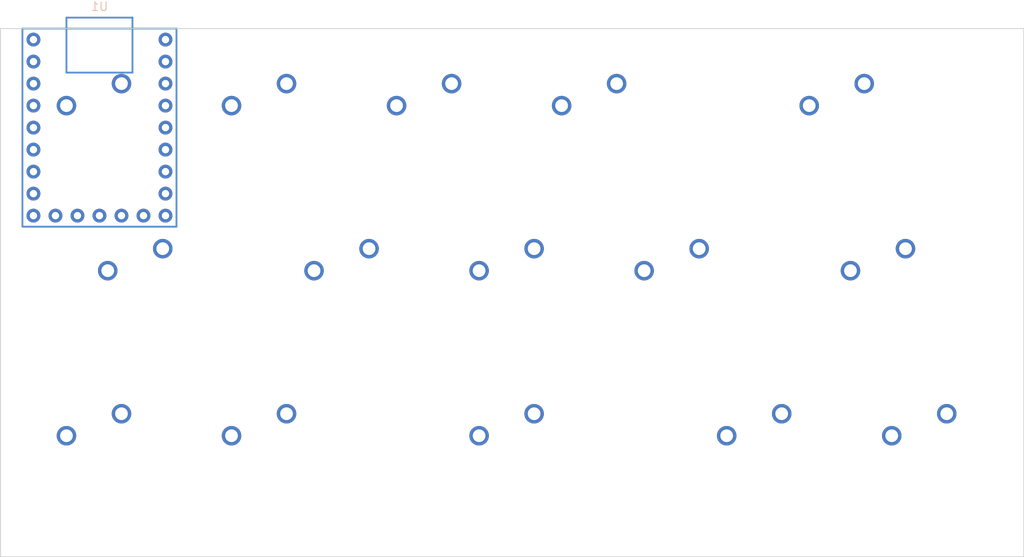
<source format=kicad_pcb>
(kicad_pcb (version 20221018) (generator pcbnew)
  (layers (0 "F.Cu" signal) (31 "B.Cu" signal) (34 "B.Paste" user) (35 "F.Paste" user) (36 "B.SilkS" user "B.Silkscreen") (37 "F.SilkS" user "F.Silkscreen") (38 "B.Mask" user) (39 "F.Mask" user) (44 "Edge.Cuts" user))
  (net 0 "")
  (net 1 "GND")
  (net 2 "SW1")
  (net 3 "SW2")
  (net 4 "SW3")
  (net 5 "SW4")
  (net 6 "SW5")
  (net 7 "SW6")
  (net 8 "SW7")
  (net 9 "SW8")
  (net 10 "SW9")
  (net 11 "SW10")
  (net 12 "SW13")
  (net 13 "SW14")
  (net 14 "SW15")
  (net 15 "SW11")
  (net 16 "SW12")
  (footprint "MX_Only:MXOnly-1.5U-NoLED" (layer "F.Cu") (at 176.8475 95.25)
    (fp_text reference "MX10")
    (fp_text value "MX-NoLED")
    (pad "" np_thru_hole circle (at -5.08 0 48.0996) (size 1.75 1.75) (drill 1.75) (layers "*.Cu" "*.Mask"))
    (pad "" np_thru_hole circle (at 0 0) (size 3.9878 3.9878) (drill 3.9878) (layers "*.Cu" "*.Mask"))
    (pad "" np_thru_hole circle (at 5.08 0 48.0996) (size 1.75 1.75) (drill 1.75) (layers "*.Cu" "*.Mask"))
    (pad "1" thru_hole circle (at -3.81 -2.54) (size 2.25 2.25) (drill 1.47) (layers "*.Cu" "B.Mask") (net 1 "GND"))
    (pad "2" thru_hole circle (at 2.54 -5.08) (size 2.25 2.25) (drill 1.47) (layers "*.Cu" "B.Mask") (net 11 "SW10"))
  )
  (footprint "MX_Only:MXOnly-1U-NoLED" (layer "F.Cu") (at 114.935 95.25)
    (fp_text reference "MX7")
    (fp_text value "MX-NoLED")
    (pad "" np_thru_hole circle (at -5.08 0 48.0996) (size 1.75 1.75) (drill 1.75) (layers "*.Cu" "*.Mask"))
    (pad "" np_thru_hole circle (at 0 0) (size 3.9878 3.9878) (drill 3.9878) (layers "*.Cu" "*.Mask"))
    (pad "" np_thru_hole circle (at 5.08 0 48.0996) (size 1.75 1.75) (drill 1.75) (layers "*.Cu" "*.Mask"))
    (pad "1" thru_hole circle (at -3.81 -2.54) (size 2.25 2.25) (drill 1.47) (layers "*.Cu" "B.Mask") (net 1 "GND"))
    (pad "2" thru_hole circle (at 2.54 -5.08) (size 2.25 2.25) (drill 1.47) (layers "*.Cu" "B.Mask") (net 8 "SW7"))
  )
  (footprint "MX_Only:MXOnly-1U-NoLED" (layer "F.Cu") (at 143.51 76.2)
    (fp_text reference "MX4")
    (fp_text value "MX-NoLED")
    (pad "" np_thru_hole circle (at -5.08 0 48.0996) (size 1.75 1.75) (drill 1.75) (layers "*.Cu" "*.Mask"))
    (pad "" np_thru_hole circle (at 0 0) (size 3.9878 3.9878) (drill 3.9878) (layers "*.Cu" "*.Mask"))
    (pad "" np_thru_hole circle (at 5.08 0 48.0996) (size 1.75 1.75) (drill 1.75) (layers "*.Cu" "*.Mask"))
    (pad "1" thru_hole circle (at -3.81 -2.54) (size 2.25 2.25) (drill 1.47) (layers "*.Cu" "B.Mask") (net 1 "GND"))
    (pad "2" thru_hole circle (at 2.54 -5.08) (size 2.25 2.25) (drill 1.47) (layers "*.Cu" "B.Mask") (net 5 "SW4"))
  )
  (footprint "MX_Only:MXOnly-1U-NoLED" (layer "F.Cu") (at 86.36 114.3)
    (fp_text reference "MX14")
    (fp_text value "MX-NoLED")
    (pad "" np_thru_hole circle (at -5.08 0 48.0996) (size 1.75 1.75) (drill 1.75) (layers "*.Cu" "*.Mask"))
    (pad "" np_thru_hole circle (at 0 0) (size 3.9878 3.9878) (drill 3.9878) (layers "*.Cu" "*.Mask"))
    (pad "" np_thru_hole circle (at 5.08 0 48.0996) (size 1.75 1.75) (drill 1.75) (layers "*.Cu" "*.Mask"))
    (pad "1" thru_hole circle (at -3.81 -2.54) (size 2.25 2.25) (drill 1.47) (layers "*.Cu" "B.Mask") (net 1 "GND"))
    (pad "2" thru_hole circle (at 2.54 -5.08) (size 2.25 2.25) (drill 1.47) (layers "*.Cu" "B.Mask") (net 15 "SW11"))
  )
  (footprint "MX_Only:MXOnly-2U-NoLED" (layer "F.Cu") (at 172.085 76.2)
    (fp_text reference "MX5")
    (fp_text value "MX-NoLED")
    (pad "" np_thru_hole circle (at -11.90625 -6.985) (size 3.048 3.048) (drill 3.048) (layers "*.Cu" "*.Mask"))
    (pad "" np_thru_hole circle (at -11.90625 8.255) (size 3.9878 3.9878) (drill 3.9878) (layers "*.Cu" "*.Mask"))
    (pad "" np_thru_hole circle (at -5.08 0 48.0996) (size 1.75 1.75) (drill 1.75) (layers "*.Cu" "*.Mask"))
    (pad "" np_thru_hole circle (at 0 0) (size 3.9878 3.9878) (drill 3.9878) (layers "*.Cu" "*.Mask"))
    (pad "" np_thru_hole circle (at 5.08 0 48.0996) (size 1.75 1.75) (drill 1.75) (layers "*.Cu" "*.Mask"))
    (pad "" np_thru_hole circle (at 11.90625 -6.985) (size 3.048 3.048) (drill 3.048) (layers "*.Cu" "*.Mask"))
    (pad "" np_thru_hole circle (at 11.90625 8.255) (size 3.9878 3.9878) (drill 3.9878) (layers "*.Cu" "*.Mask"))
    (pad "1" thru_hole circle (at -3.81 -2.54) (size 2.25 2.25) (drill 1.47) (layers "*.Cu" "B.Mask") (net 1 "GND"))
    (pad "2" thru_hole circle (at 2.54 -5.08) (size 2.25 2.25) (drill 1.47) (layers "*.Cu" "B.Mask") (net 6 "SW5"))
  )
  (footprint "MX_Only:MXOnly-1U-NoLED" (layer "F.Cu") (at 105.41 76.2)
    (fp_text reference "MX2")
    (fp_text value "MX-NoLED")
    (pad "" np_thru_hole circle (at -5.08 0 48.0996) (size 1.75 1.75) (drill 1.75) (layers "*.Cu" "*.Mask"))
    (pad "" np_thru_hole circle (at 0 0) (size 3.9878 3.9878) (drill 3.9878) (layers "*.Cu" "*.Mask"))
    (pad "" np_thru_hole circle (at 5.08 0 48.0996) (size 1.75 1.75) (drill 1.75) (layers "*.Cu" "*.Mask"))
    (pad "1" thru_hole circle (at -3.81 -2.54) (size 2.25 2.25) (drill 1.47) (layers "*.Cu" "B.Mask") (net 1 "GND"))
    (pad "2" thru_hole circle (at 2.54 -5.08) (size 2.25 2.25) (drill 1.47) (layers "*.Cu" "B.Mask") (net 3 "SW2"))
  )
  (footprint "MX_Only:MXOnly-1U-NoLED" (layer "F.Cu") (at 162.56 114.3)
    (fp_text reference "MX12")
    (fp_text value "MX-NoLED")
    (pad "" np_thru_hole circle (at -5.08 0 48.0996) (size 1.75 1.75) (drill 1.75) (layers "*.Cu" "*.Mask"))
    (pad "" np_thru_hole circle (at 0 0) (size 3.9878 3.9878) (drill 3.9878) (layers "*.Cu" "*.Mask"))
    (pad "" np_thru_hole circle (at 5.08 0 48.0996) (size 1.75 1.75) (drill 1.75) (layers "*.Cu" "*.Mask"))
    (pad "1" thru_hole circle (at -3.81 -2.54) (size 2.25 2.25) (drill 1.47) (layers "*.Cu" "B.Mask") (net 1 "GND"))
    (pad "2" thru_hole circle (at 2.54 -5.08) (size 2.25 2.25) (drill 1.47) (layers "*.Cu" "B.Mask") (net 13 "SW14"))
  )
  (footprint "MX_Only:MXOnly-1U-NoLED" (layer "F.Cu") (at 133.985 95.25)
    (fp_text reference "MX8")
    (fp_text value "MX-NoLED")
    (pad "" np_thru_hole circle (at -5.08 0 48.0996) (size 1.75 1.75) (drill 1.75) (layers "*.Cu" "*.Mask"))
    (pad "" np_thru_hole circle (at 0 0) (size 3.9878 3.9878) (drill 3.9878) (layers "*.Cu" "*.Mask"))
    (pad "" np_thru_hole circle (at 5.08 0 48.0996) (size 1.75 1.75) (drill 1.75) (layers "*.Cu" "*.Mask"))
    (pad "1" thru_hole circle (at -3.81 -2.54) (size 2.25 2.25) (drill 1.47) (layers "*.Cu" "B.Mask") (net 1 "GND"))
    (pad "2" thru_hole circle (at 2.54 -5.08) (size 2.25 2.25) (drill 1.47) (layers "*.Cu" "B.Mask") (net 9 "SW8"))
  )
  (footprint "MX_Only:MXOnly-1U-NoLED" (layer "F.Cu") (at 124.46 76.2)
    (fp_text reference "MX3")
    (fp_text value "MX-NoLED")
    (pad "" np_thru_hole circle (at -5.08 0 48.0996) (size 1.75 1.75) (drill 1.75) (layers "*.Cu" "*.Mask"))
    (pad "" np_thru_hole circle (at 0 0) (size 3.9878 3.9878) (drill 3.9878) (layers "*.Cu" "*.Mask"))
    (pad "" np_thru_hole circle (at 5.08 0 48.0996) (size 1.75 1.75) (drill 1.75) (layers "*.Cu" "*.Mask"))
    (pad "1" thru_hole circle (at -3.81 -2.54) (size 2.25 2.25) (drill 1.47) (layers "*.Cu" "B.Mask") (net 1 "GND"))
    (pad "2" thru_hole circle (at 2.54 -5.08) (size 2.25 2.25) (drill 1.47) (layers "*.Cu" "B.Mask") (net 4 "SW3"))
  )
  (footprint "MX_Only:MXOnly-1U-NoLED" (layer "F.Cu") (at 86.36 76.2)
    (fp_text reference "MX1")
    (fp_text value "MX-NoLED")
    (pad "" np_thru_hole circle (at -5.08 0 48.0996) (size 1.75 1.75) (drill 1.75) (layers "*.Cu" "*.Mask"))
    (pad "" np_thru_hole circle (at 0 0) (size 3.9878 3.9878) (drill 3.9878) (layers "*.Cu" "*.Mask"))
    (pad "" np_thru_hole circle (at 5.08 0 48.0996) (size 1.75 1.75) (drill 1.75) (layers "*.Cu" "*.Mask"))
    (pad "1" thru_hole circle (at -3.81 -2.54) (size 2.25 2.25) (drill 1.47) (layers "*.Cu" "B.Mask") (net 1 "GND"))
    (pad "2" thru_hole circle (at 2.54 -5.08) (size 2.25 2.25) (drill 1.47) (layers "*.Cu" "B.Mask") (net 2 "SW1"))
  )
  (footprint "MX_Only:MXOnly-1U-NoLED" (layer "F.Cu") (at 105.41 114.3)
    (fp_text reference "MX15")
    (fp_text value "MX-NoLED")
    (pad "" np_thru_hole circle (at -5.08 0 48.0996) (size 1.75 1.75) (drill 1.75) (layers "*.Cu" "*.Mask"))
    (pad "" np_thru_hole circle (at 0 0) (size 3.9878 3.9878) (drill 3.9878) (layers "*.Cu" "*.Mask"))
    (pad "" np_thru_hole circle (at 5.08 0 48.0996) (size 1.75 1.75) (drill 1.75) (layers "*.Cu" "*.Mask"))
    (pad "1" thru_hole circle (at -3.81 -2.54) (size 2.25 2.25) (drill 1.47) (layers "*.Cu" "B.Mask") (net 1 "GND"))
    (pad "2" thru_hole circle (at 2.54 -5.08) (size 2.25 2.25) (drill 1.47) (layers "*.Cu" "B.Mask") (net 16 "SW12"))
  )
  (footprint "MX_Only:MXOnly-1U-NoLED" (layer "F.Cu") (at 153.035 95.25)
    (fp_text reference "MX9")
    (fp_text value "MX-NoLED")
    (pad "" np_thru_hole circle (at -5.08 0 48.0996) (size 1.75 1.75) (drill 1.75) (layers "*.Cu" "*.Mask"))
    (pad "" np_thru_hole circle (at 0 0) (size 3.9878 3.9878) (drill 3.9878) (layers "*.Cu" "*.Mask"))
    (pad "" np_thru_hole circle (at 5.08 0 48.0996) (size 1.75 1.75) (drill 1.75) (layers "*.Cu" "*.Mask"))
    (pad "1" thru_hole circle (at -3.81 -2.54) (size 2.25 2.25) (drill 1.47) (layers "*.Cu" "B.Mask") (net 1 "GND"))
    (pad "2" thru_hole circle (at 2.54 -5.08) (size 2.25 2.25) (drill 1.47) (layers "*.Cu" "B.Mask") (net 10 "SW9"))
  )
  (footprint "MX_Only:MXOnly-2U-NoLED" (layer "F.Cu") (at 133.985 114.3)
    (fp_text reference "MX11")
    (fp_text value "MX-NoLED")
    (pad "" np_thru_hole circle (at -11.90625 -6.985) (size 3.048 3.048) (drill 3.048) (layers "*.Cu" "*.Mask"))
    (pad "" np_thru_hole circle (at -11.90625 8.255) (size 3.9878 3.9878) (drill 3.9878) (layers "*.Cu" "*.Mask"))
    (pad "" np_thru_hole circle (at -5.08 0 48.0996) (size 1.75 1.75) (drill 1.75) (layers "*.Cu" "*.Mask"))
    (pad "" np_thru_hole circle (at 0 0) (size 3.9878 3.9878) (drill 3.9878) (layers "*.Cu" "*.Mask"))
    (pad "" np_thru_hole circle (at 5.08 0 48.0996) (size 1.75 1.75) (drill 1.75) (layers "*.Cu" "*.Mask"))
    (pad "" np_thru_hole circle (at 11.90625 -6.985) (size 3.048 3.048) (drill 3.048) (layers "*.Cu" "*.Mask"))
    (pad "" np_thru_hole circle (at 11.90625 8.255) (size 3.9878 3.9878) (drill 3.9878) (layers "*.Cu" "*.Mask"))
    (pad "1" thru_hole circle (at -3.81 -2.54) (size 2.25 2.25) (drill 1.47) (layers "*.Cu" "B.Mask") (net 1 "GND"))
    (pad "2" thru_hole circle (at 2.54 -5.08) (size 2.25 2.25) (drill 1.47) (layers "*.Cu" "B.Mask") (net 12 "SW13"))
  )
  (footprint "MX_Only:MXOnly-1.5U-NoLED" (layer "F.Cu") (at 91.1225 95.25)
    (fp_text reference "MX6")
    (fp_text value "MX-NoLED")
    (pad "" np_thru_hole circle (at -5.08 0 48.0996) (size 1.75 1.75) (drill 1.75) (layers "*.Cu" "*.Mask"))
    (pad "" np_thru_hole circle (at 0 0) (size 3.9878 3.9878) (drill 3.9878) (layers "*.Cu" "*.Mask"))
    (pad "" np_thru_hole circle (at 5.08 0 48.0996) (size 1.75 1.75) (drill 1.75) (layers "*.Cu" "*.Mask"))
    (pad "1" thru_hole circle (at -3.81 -2.54) (size 2.25 2.25) (drill 1.47) (layers "*.Cu" "B.Mask") (net 1 "GND"))
    (pad "2" thru_hole circle (at 2.54 -5.08) (size 2.25 2.25) (drill 1.47) (layers "*.Cu" "B.Mask") (net 7 "SW6"))
  )
  (footprint "MX_Only:MXOnly-1U-NoLED" (layer "F.Cu") (at 181.61 114.3)
    (fp_text reference "MX13")
    (fp_text value "MX-NoLED")
    (pad "" np_thru_hole circle (at -5.08 0 48.0996) (size 1.75 1.75) (drill 1.75) (layers "*.Cu" "*.Mask"))
    (pad "" np_thru_hole circle (at 0 0) (size 3.9878 3.9878) (drill 3.9878) (layers "*.Cu" "*.Mask"))
    (pad "" np_thru_hole circle (at 5.08 0 48.0996) (size 1.75 1.75) (drill 1.75) (layers "*.Cu" "*.Mask"))
    (pad "1" thru_hole circle (at -3.81 -2.54) (size 2.25 2.25) (drill 1.47) (layers "*.Cu" "B.Mask") (net 1 "GND"))
    (pad "2" thru_hole circle (at 2.54 -5.08) (size 2.25 2.25) (drill 1.47) (layers "*.Cu" "B.Mask") (net 14 "SW15"))
  )
  (footprint "random-Library:Waveshare RP2040-Zero-TH" (layer "B.Cu") (at 86.36 76.2 180)
    (fp_text reference "U1" (at 0 13.97 unlocked) (layer "B.SilkS") (effects (font (thickness 0.1)) (justify mirror)))
    (fp_text value "~")
    (fp_line (start -8.89 -11.43) (end -8.89 11.43) (stroke (width 0.2)) (layer "B.Cu"))
    (fp_line (start -8.89 11.43) (end 8.89 11.43) (stroke (width 0.2)) (layer "B.Cu"))
    (fp_line (start -3.81 6.35) (end 3.81 6.35) (stroke (width 0.2)) (layer "B.Cu"))
    (fp_line (start -3.81 12.7) (end -3.81 6.35) (stroke (width 0.2)) (layer "B.Cu"))
    (fp_line (start 3.81 6.35) (end 3.81 12.7) (stroke (width 0.2)) (layer "B.Cu"))
    (fp_line (start 3.81 12.7) (end -3.81 12.7) (stroke (width 0.2)) (layer "B.Cu"))
    (fp_line (start 8.89 -11.43) (end -8.89 -11.43) (stroke (width 0.2)) (layer "B.Cu"))
    (fp_line (start 8.89 11.43) (end 8.89 -11.43) (stroke (width 0.2)) (layer "B.Cu"))
    (pad "0" thru_hole circle (at 7.62 10.16 180) (size 1.6 1.6) (drill 0.85) (layers "*.Cu" "*.Mask"))
    (pad "1" thru_hole circle (at 7.62 7.62 180) (size 1.6 1.6) (drill 0.85) (layers "*.Cu" "*.Mask") (net 2 "SW1"))
    (pad "2" thru_hole circle (at 7.62 5.08 180) (size 1.6 1.6) (drill 0.85) (layers "*.Cu" "*.Mask") (net 3 "SW2"))
    (pad "3" thru_hole circle (at 7.62 2.54 180) (size 1.6 1.6) (drill 0.85) (layers "*.Cu" "*.Mask") (net 4 "SW3"))
    (pad "3V3" thru_hole circle (at -7.62 5.08 180) (size 1.6 1.6) (drill 0.85) (layers "*.Cu" "*.Mask"))
    (pad "4" thru_hole circle (at 7.62 0 180) (size 1.6 1.6) (drill 0.85) (layers "*.Cu" "*.Mask") (net 5 "SW4"))
    (pad "5" thru_hole circle (at 7.62 -2.54 180) (size 1.6 1.6) (drill 0.85) (layers "*.Cu" "*.Mask") (net 6 "SW5"))
    (pad "5V" thru_hole circle (at -7.62 10.16 180) (size 1.6 1.6) (drill 0.85) (layers "*.Cu" "*.Mask"))
    (pad "6" thru_hole circle (at 7.62 -5.08 180) (size 1.6 1.6) (drill 0.85) (layers "*.Cu" "*.Mask") (net 7 "SW6"))
    (pad "7" thru_hole circle (at 7.62 -7.62 180) (size 1.6 1.6) (drill 0.85) (layers "*.Cu" "*.Mask") (net 8 "SW7"))
    (pad "8" thru_hole circle (at 7.62 -10.16 180) (size 1.6 1.6) (drill 0.85) (layers "*.Cu" "*.Mask") (net 9 "SW8"))
    (pad "9" thru_hole circle (at 5.08 -10.16 180) (size 1.6 1.6) (drill 0.85) (layers "*.Cu" "*.Mask") (net 10 "SW9"))
    (pad "10" thru_hole circle (at 2.54 -10.16 180) (size 1.6 1.6) (drill 0.85) (layers "*.Cu" "*.Mask") (net 11 "SW10"))
    (pad "11" thru_hole circle (at 0 -10.16 180) (size 1.6 1.6) (drill 0.85) (layers "*.Cu" "*.Mask") (net 15 "SW11"))
    (pad "12" thru_hole circle (at -2.54 -10.16 180) (size 1.6 1.6) (drill 0.85) (layers "*.Cu" "*.Mask") (net 16 "SW12"))
    (pad "13" thru_hole circle (at -5.08 -10.16 180) (size 1.6 1.6) (drill 0.85) (layers "*.Cu" "*.Mask") (net 12 "SW13"))
    (pad "14" thru_hole circle (at -7.62 -10.16 180) (size 1.6 1.6) (drill 0.85) (layers "*.Cu" "*.Mask") (net 13 "SW14"))
    (pad "15" thru_hole circle (at -7.62 -7.62 180) (size 1.6 1.6) (drill 0.85) (layers "*.Cu" "*.Mask") (net 14 "SW15"))
    (pad "26" thru_hole circle (at -7.62 -5.08 180) (size 1.6 1.6) (drill 0.85) (layers "*.Cu" "*.Mask"))
    (pad "27" thru_hole circle (at -7.62 -2.54 180) (size 1.6 1.6) (drill 0.85) (layers "*.Cu" "*.Mask"))
    (pad "28" thru_hole circle (at -7.62 0 180) (size 1.6 1.6) (drill 0.85) (layers "*.Cu" "*.Mask"))
    (pad "29" thru_hole circle (at -7.62 2.54 180) (size 1.6 1.6) (drill 0.85) (layers "*.Cu" "*.Mask"))
    (pad "GND" thru_hole circle (at -7.62 7.62 180) (size 1.6 1.6) (drill 0.85) (layers "*.Cu" "*.Mask") (net 1 "GND"))
  )
  (gr_line (start 193.04 125.73) (end 74.93 125.73) (stroke (width 0.1)) (layer "Edge.Cuts"))
  (gr_line (start 74.93 125.73) (end 74.93 64.77) (stroke (width 0.1)) (layer "Edge.Cuts"))
  (gr_line (start 74.93 64.77) (end 193.04 64.77) (stroke (width 0.1)) (layer "Edge.Cuts"))
  (gr_line (start 193.04 64.77) (end 193.04 125.73) (stroke (width 0.1)) (layer "Edge.Cuts"))
)
</source>
